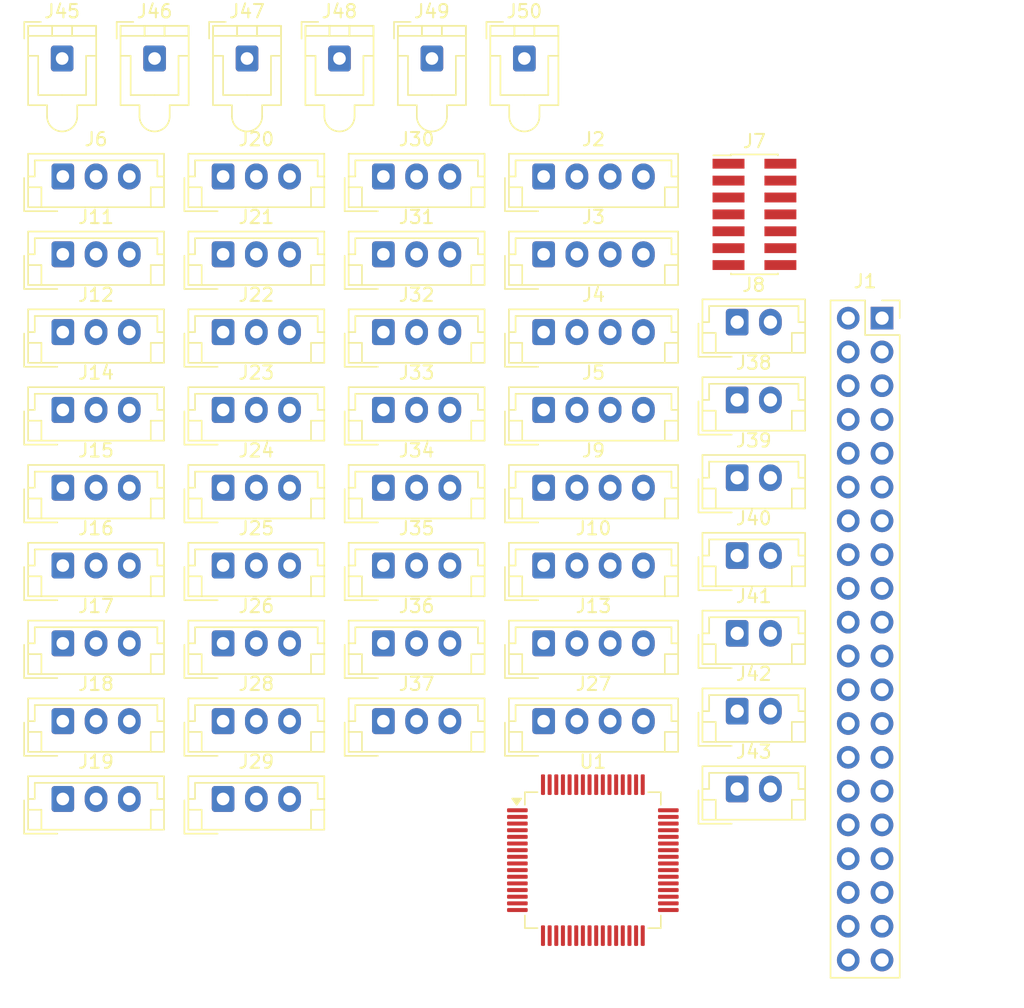
<source format=kicad_pcb>
(kicad_pcb (version 20241229) (generator "pcbnew") (generator_version "9.0")
  (layers (0 "F.Cu" signal) (2 "B.Cu" signal) (13 "F.Paste" user) (15 "B.Paste" user) (5 "F.SilkS" user "F.Silkscreen") (7 "B.SilkS" user "B.Silkscreen") (1 "F.Mask" user) (3 "B.Mask" user) (25 "Edge.Cuts" user))
  (net 0 "")
  (net 2 "+3.3V")
  (net 3 "SWDIO")
  (net 4 "UART_DEBUG_TX")
  (net 5 "NRST")
  (net 6 "SWCLK")
  (net 9 "GND")
  (net 12 "UART_DEBUG_RX")
  (net 151 "Net-(U1-VSS-Pad15)")
  (footprint "Connector_JST:JST_EH_B3B-EH-A_1x03_P2.50mm_Vertical" (layer "F.Cu") (at 149.56 54.04)
    (property "Reference" "J21" (at 2.5 -2.8 0) (layer "F.SilkS"))
    (property "Value" "Conn_01x03")
    (pad "1" thru_hole roundrect (at 0 0) (size 1.7 1.95) (drill 0.95) (layers "*.Cu" "*.Mask") (roundrect_rratio 0.147059))
    (pad "2" thru_hole oval (at 2.5 0) (size 1.7 1.95) (drill 0.95) (layers "*.Cu" "*.Mask"))
    (pad "3" thru_hole oval (at 5 0) (size 1.7 1.95) (drill 0.95) (layers "*.Cu" "*.Mask"))
  )
  (footprint "Connector_JST:JST_EH_B2B-EH-A_1x02_P2.50mm_Vertical" (layer "F.Cu") (at 188.21 94.24)
    (property "Reference" "J43" (at 1.25 -2.8 0) (layer "F.SilkS"))
    (property "Value" "Conn_01x02")
    (pad "1" thru_hole roundrect (at 0 0) (size 1.7 2) (drill 1) (layers "*.Cu" "*.Mask") (roundrect_rratio 0.147059))
    (pad "2" thru_hole oval (at 2.5 0) (size 1.7 2) (drill 1) (layers "*.Cu" "*.Mask"))
  )
  (footprint "Connector_JST:JST_EH_B2B-EH-A_1x02_P2.50mm_Vertical" (layer "F.Cu") (at 188.21 64.99)
    (property "Reference" "J38" (at 1.25 -2.8 0) (layer "F.SilkS"))
    (property "Value" "Conn_01x02")
    (pad "1" thru_hole roundrect (at 0 0) (size 1.7 2) (drill 1) (layers "*.Cu" "*.Mask") (roundrect_rratio 0.147059))
    (pad "2" thru_hole oval (at 2.5 0) (size 1.7 2) (drill 1) (layers "*.Cu" "*.Mask"))
  )
  (footprint "Connector_JST:JST_EH_B3B-EH-A_1x03_P2.50mm_Vertical" (layer "F.Cu") (at 137.51 94.99)
    (property "Reference" "J19" (at 2.5 -2.8 0) (layer "F.SilkS"))
    (property "Value" "Conn_01x03")
    (pad "1" thru_hole roundrect (at 0 0) (size 1.7 1.95) (drill 0.95) (layers "*.Cu" "*.Mask") (roundrect_rratio 0.147059))
    (pad "2" thru_hole oval (at 2.5 0) (size 1.7 1.95) (drill 0.95) (layers "*.Cu" "*.Mask"))
    (pad "3" thru_hole oval (at 5 0) (size 1.7 1.95) (drill 0.95) (layers "*.Cu" "*.Mask"))
  )
  (footprint "Connector_JST:JST_EH_B3B-EH-A_1x03_P2.50mm_Vertical" (layer "F.Cu") (at 149.56 89.14)
    (property "Reference" "J28" (at 2.5 -2.8 0) (layer "F.SilkS"))
    (property "Value" "Conn_01x03")
    (pad "1" thru_hole roundrect (at 0 0) (size 1.7 1.95) (drill 0.95) (layers "*.Cu" "*.Mask") (roundrect_rratio 0.147059))
    (pad "2" thru_hole oval (at 2.5 0) (size 1.7 1.95) (drill 0.95) (layers "*.Cu" "*.Mask"))
    (pad "3" thru_hole oval (at 5 0) (size 1.7 1.95) (drill 0.95) (layers "*.Cu" "*.Mask"))
  )
  (footprint "Package_QFP:LQFP-64_10x10mm_P0.5mm" (layer "F.Cu") (at 177.36 99.59)
    (property "Reference" "U1" (at 0 -7.4 0) (layer "F.SilkS"))
    (property "Value" "STM32G474RETx")
    (pad "1" smd roundrect (at -5.675 -3.75) (size 1.55 0.3) (layers "F.Cu" "F.Mask" "F.Paste"))
    (pad "2" smd roundrect (at -5.675 -3.25) (size 1.55 0.3) (layers "F.Cu" "F.Mask" "F.Paste"))
    (pad "3" smd roundrect (at -5.675 -2.75) (size 1.55 0.3) (layers "F.Cu" "F.Mask" "F.Paste"))
    (pad "4" smd roundrect (at -5.675 -2.25) (size 1.55 0.3) (layers "F.Cu" "F.Mask" "F.Paste"))
    (pad "5" smd roundrect (at -5.675 -1.75) (size 1.55 0.3) (layers "F.Cu" "F.Mask" "F.Paste"))
    (pad "6" smd roundrect (at -5.675 -1.25) (size 1.55 0.3) (layers "F.Cu" "F.Mask" "F.Paste"))
    (pad "7" smd roundrect (at -5.675 -0.75) (size 1.55 0.3) (layers "F.Cu" "F.Mask" "F.Paste"))
    (pad "8" smd roundrect (at -5.675 -0.25) (size 1.55 0.3) (layers "F.Cu" "F.Mask" "F.Paste"))
    (pad "9" smd roundrect (at -5.675 0.25) (size 1.55 0.3) (layers "F.Cu" "F.Mask" "F.Paste"))
    (pad "10" smd roundrect (at -5.675 0.75) (size 1.55 0.3) (layers "F.Cu" "F.Mask" "F.Paste"))
    (pad "11" smd roundrect (at -5.675 1.25) (size 1.55 0.3) (layers "F.Cu" "F.Mask" "F.Paste"))
    (pad "12" smd roundrect (at -5.675 1.75) (size 1.55 0.3) (layers "F.Cu" "F.Mask" "F.Paste"))
    (pad "13" smd roundrect (at -5.675 2.25) (size 1.55 0.3) (layers "F.Cu" "F.Mask" "F.Paste"))
    (pad "14" smd roundrect (at -5.675 2.75) (size 1.55 0.3) (layers "F.Cu" "F.Mask" "F.Paste"))
    (pad "15" smd roundrect (at -5.675 3.25) (size 1.55 0.3) (layers "F.Cu" "F.Mask" "F.Paste") (net 151 "Net-(U1-VSS-Pad15)"))
    (pad "16" smd roundrect (at -5.675 3.75) (size 1.55 0.3) (layers "F.Cu" "F.Mask" "F.Paste"))
    (pad "17" smd roundrect (at -3.75 5.675) (size 0.3 1.55) (layers "F.Cu" "F.Mask" "F.Paste"))
    (pad "18" smd roundrect (at -3.25 5.675) (size 0.3 1.55) (layers "F.Cu" "F.Mask" "F.Paste"))
    (pad "19" smd roundrect (at -2.75 5.675) (size 0.3 1.55) (layers "F.Cu" "F.Mask" "F.Paste"))
    (pad "20" smd roundrect (at -2.25 5.675) (size 0.3 1.55) (layers "F.Cu" "F.Mask" "F.Paste"))
    (pad "21" smd roundrect (at -1.75 5.675) (size 0.3 1.55) (layers "F.Cu" "F.Mask" "F.Paste"))
    (pad "22" smd roundrect (at -1.25 5.675) (size 0.3 1.55) (layers "F.Cu" "F.Mask" "F.Paste"))
    (pad "23" smd roundrect (at -0.75 5.675) (size 0.3 1.55) (layers "F.Cu" "F.Mask" "F.Paste"))
    (pad "24" smd roundrect (at -0.25 5.675) (size 0.3 1.55) (layers "F.Cu" "F.Mask" "F.Paste"))
    (pad "25" smd roundrect (at 0.25 5.675) (size 0.3 1.55) (layers "F.Cu" "F.Mask" "F.Paste"))
    (pad "26" smd roundrect (at 0.75 5.675) (size 0.3 1.55) (layers "F.Cu" "F.Mask" "F.Paste"))
    (pad "27" smd roundrect (at 1.25 5.675) (size 0.3 1.55) (layers "F.Cu" "F.Mask" "F.Paste"))
    (pad "28" smd roundrect (at 1.75 5.675) (size 0.3 1.55) (layers "F.Cu" "F.Mask" "F.Paste"))
    (pad "29" smd roundrect (at 2.25 5.675) (size 0.3 1.55) (layers "F.Cu" "F.Mask" "F.Paste"))
    (pad "30" smd roundrect (at 2.75 5.675) (size 0.3 1.55) (layers "F.Cu" "F.Mask" "F.Paste"))
    (pad "31" smd roundrect (at 3.25 5.675) (size 0.3 1.55) (layers "F.Cu" "F.Mask" "F.Paste") (net 151 "Net-(U1-VSS-Pad15)"))
    (pad "32" smd roundrect (at 3.75 5.675) (size 0.3 1.55) (layers "F.Cu" "F.Mask" "F.Paste"))
    (pad "33" smd roundrect (at 5.675 3.75) (size 1.55 0.3) (layers "F.Cu" "F.Mask" "F.Paste"))
    (pad "34" smd roundrect (at 5.675 3.25) (size 1.55 0.3) (layers "F.Cu" "F.Mask" "F.Paste"))
    (pad "35" smd roundrect (at 5.675 2.75) (size 1.55 0.3) (layers "F.Cu" "F.Mask" "F.Paste"))
    (pad "36" smd roundrect (at 5.675 2.25) (size 1.55 0.3) (layers "F.Cu" "F.Mask" "F.Paste"))
    (pad "37" smd roundrect (at 5.675 1.75) (size 1.55 0.3) (layers "F.Cu" "F.Mask" "F.Paste"))
    (pad "38" smd roundrect (at 5.675 1.25) (size 1.55 0.3) (layers "F.Cu" "F.Mask" "F.Paste"))
    (pad "39" smd roundrect (at 5.675 0.75) (size 1.55 0.3) (layers "F.Cu" "F.Mask" "F.Paste"))
    (pad "40" smd roundrect (at 5.675 0.25) (size 1.55 0.3) (layers "F.Cu" "F.Mask" "F.Paste"))
    (pad "41" smd roundrect (at 5.675 -0.25) (size 1.55 0.3) (layers "F.Cu" "F.Mask" "F.Paste"))
    (pad "42" smd roundrect (at 5.675 -0.75) (size 1.55 0.3) (layers "F.Cu" "F.Mask" "F.Paste"))
    (pad "43" smd roundrect (at 5.675 -1.25) (size 1.55 0.3) (layers "F.Cu" "F.Mask" "F.Paste"))
    (pad "44" smd roundrect (at 5.675 -1.75) (size 1.55 0.3) (layers "F.Cu" "F.Mask" "F.Paste"))
    (pad "45" smd roundrect (at 5.675 -2.25) (size 1.55 0.3) (layers "F.Cu" "F.Mask" "F.Paste"))
    (pad "46" smd roundrect (at 5.675 -2.75) (size 1.55 0.3) (layers "F.Cu" "F.Mask" "F.Paste"))
    (pad "47" smd roundrect (at 5.675 -3.25) (size 1.55 0.3) (layers "F.Cu" "F.Mask" "F.Paste") (net 151 "Net-(U1-VSS-Pad15)"))
    (pad "48" smd roundrect (at 5.675 -3.75) (size 1.55 0.3) (layers "F.Cu" "F.Mask" "F.Paste"))
    (pad "49" smd roundrect (at 3.75 -5.675) (size 0.3 1.55) (layers "F.Cu" "F.Mask" "F.Paste"))
    (pad "50" smd roundrect (at 3.25 -5.675) (size 0.3 1.55) (layers "F.Cu" "F.Mask" "F.Paste"))
    (pad "51" smd roundrect (at 2.75 -5.675) (size 0.3 1.55) (layers "F.Cu" "F.Mask" "F.Paste"))
    (pad "52" smd roundrect (at 2.25 -5.675) (size 0.3 1.55) (layers "F.Cu" "F.Mask" "F.Paste"))
    (pad "53" smd roundrect (at 1.75 -5.675) (size 0.3 1.55) (layers "F.Cu" "F.Mask" "F.Paste"))
    (pad "54" smd roundrect (at 1.25 -5.675) (size 0.3 1.55) (layers "F.Cu" "F.Mask" "F.Paste"))
    (pad "55" smd roundrect (at 0.75 -5.675) (size 0.3 1.55) (layers "F.Cu" "F.Mask" "F.Paste"))
    (pad "56" smd roundrect (at 0.25 -5.675) (size 0.3 1.55) (layers "F.Cu" "F.Mask" "F.Paste"))
    (pad "57" smd roundrect (at -0.25 -5.675) (size 0.3 1.55) (layers "F.Cu" "F.Mask" "F.Paste"))
    (pad "58" smd roundrect (at -0.75 -5.675) (size 0.3 1.55) (layers "F.Cu" "F.Mask" "F.Paste"))
    (pad "59" smd roundrect (at -1.25 -5.675) (size 0.3 1.55) (layers "F.Cu" "F.Mask" "F.Paste"))
    (pad "60" smd roundrect (at -1.75 -5.675) (size 0.3 1.55) (layers "F.Cu" "F.Mask" "F.Paste"))
    (pad "61" smd roundrect (at -2.25 -5.675) (size 0.3 1.55) (layers "F.Cu" "F.Mask" "F.Paste"))
    (pad "62" smd roundrect (at -2.75 -5.675) (size 0.3 1.55) (layers "F.Cu" "F.Mask" "F.Paste"))
    (pad "63" smd roundrect (at -3.25 -5.675) (size 0.3 1.55) (layers "F.Cu" "F.Mask" "F.Paste") (net 151 "Net-(U1-VSS-Pad15)"))
    (pad "64" smd roundrect (at -3.75 -5.675) (size 0.3 1.55) (layers "F.Cu" "F.Mask" "F.Paste"))
  )
  (footprint "Connector_JST:JST_EH_B3B-EH-A_1x03_P2.50mm_Vertical" (layer "F.Cu") (at 161.61 89.14)
    (property "Reference" "J37" (at 2.5 -2.8 0) (layer "F.SilkS"))
    (property "Value" "Conn_01x03")
    (pad "1" thru_hole roundrect (at 0 0) (size 1.7 1.95) (drill 0.95) (layers "*.Cu" "*.Mask") (roundrect_rratio 0.147059))
    (pad "2" thru_hole oval (at 2.5 0) (size 1.7 1.95) (drill 0.95) (layers "*.Cu" "*.Mask"))
    (pad "3" thru_hole oval (at 5 0) (size 1.7 1.95) (drill 0.95) (layers "*.Cu" "*.Mask"))
  )
  (footprint "Connector_JST:JST_EH_B2B-EH-A_1x02_P2.50mm_Vertical" (layer "F.Cu") (at 188.21 70.84)
    (property "Reference" "J39" (at 1.25 -2.8 0) (layer "F.SilkS"))
    (property "Value" "Conn_01x02")
    (pad "1" thru_hole roundrect (at 0 0) (size 1.7 2) (drill 1) (layers "*.Cu" "*.Mask") (roundrect_rratio 0.147059))
    (pad "2" thru_hole oval (at 2.5 0) (size 1.7 2) (drill 1) (layers "*.Cu" "*.Mask"))
  )
  (footprint "Connector_JST:JST_EH_B2B-EH-A_1x02_P2.50mm_Vertical" (layer "F.Cu") (at 188.21 59.14)
    (property "Reference" "J8" (at 1.25 -2.8 0) (layer "F.SilkS"))
    (property "Value" "Conn_01x02")
    (pad "1" thru_hole roundrect (at 0 0) (size 1.7 2) (drill 1) (layers "*.Cu" "*.Mask") (roundrect_rratio 0.147059))
    (pad "2" thru_hole oval (at 2.5 0) (size 1.7 2) (drill 1) (layers "*.Cu" "*.Mask"))
  )
  (footprint "Connector_JST:JST_EH_B3B-EH-A_1x03_P2.50mm_Vertical" (layer "F.Cu") (at 149.56 71.59)
    (property "Reference" "J24" (at 2.5 -2.8 0) (layer "F.SilkS"))
    (property "Value" "Conn_01x03")
    (pad "1" thru_hole roundrect (at 0 0) (size 1.7 1.95) (drill 0.95) (layers "*.Cu" "*.Mask") (roundrect_rratio 0.147059))
    (pad "2" thru_hole oval (at 2.5 0) (size 1.7 1.95) (drill 0.95) (layers "*.Cu" "*.Mask"))
    (pad "3" thru_hole oval (at 5 0) (size 1.7 1.95) (drill 0.95) (layers "*.Cu" "*.Mask"))
  )
  (footprint "Connector_JST:JST_XH_B1B-XH-AM_1x01_P2.50mm_Vertical" (layer "F.Cu") (at 151.36 39.32)
    (property "Reference" "J47" (at 0 -3.55 0) (layer "F.SilkS"))
    (property "Value" "Conn_01x01")
    (pad "" np_thru_hole circle (at 0 4.35) (size 1.75 1.75) (drill 1.75) (layers "*.Cu" "*.Mask"))
    (pad "1" thru_hole roundrect (at 0 0) (size 1.7 1.95) (drill 0.95) (layers "*.Cu" "*.Mask") (roundrect_rratio 0.147059))
  )
  (footprint "Connector_JST:JST_EH_B3B-EH-A_1x03_P2.50mm_Vertical" (layer "F.Cu") (at 149.56 77.44)
    (property "Reference" "J25" (at 2.5 -2.8 0) (layer "F.SilkS"))
    (property "Value" "Conn_01x03")
    (pad "1" thru_hole roundrect (at 0 0) (size 1.7 1.95) (drill 0.95) (layers "*.Cu" "*.Mask") (roundrect_rratio 0.147059))
    (pad "2" thru_hole oval (at 2.5 0) (size 1.7 1.95) (drill 0.95) (layers "*.Cu" "*.Mask"))
    (pad "3" thru_hole oval (at 5 0) (size 1.7 1.95) (drill 0.95) (layers "*.Cu" "*.Mask"))
  )
  (footprint "Connector_JST:JST_EH_B2B-EH-A_1x02_P2.50mm_Vertical" (layer "F.Cu") (at 188.21 88.39)
    (property "Reference" "J42" (at 1.25 -2.8 0) (layer "F.SilkS"))
    (property "Value" "Conn_01x02")
    (pad "1" thru_hole roundrect (at 0 0) (size 1.7 2) (drill 1) (layers "*.Cu" "*.Mask") (roundrect_rratio 0.147059))
    (pad "2" thru_hole oval (at 2.5 0) (size 1.7 2) (drill 1) (layers "*.Cu" "*.Mask"))
  )
  (footprint "Connector_JST:JST_EH_B4B-EH-A_1x04_P2.50mm_Vertical" (layer "F.Cu") (at 173.66 65.74)
    (property "Reference" "J5" (at 3.75 -2.8 0) (layer "F.SilkS"))
    (property "Value" "Conn_01x04")
    (pad "1" thru_hole roundrect (at 0 0) (size 1.7 1.95) (drill 0.95) (layers "*.Cu" "*.Mask") (roundrect_rratio 0.147059))
    (pad "2" thru_hole oval (at 2.5 0) (size 1.7 1.95) (drill 0.95) (layers "*.Cu" "*.Mask"))
    (pad "3" thru_hole oval (at 5 0) (size 1.7 1.95) (drill 0.95) (layers "*.Cu" "*.Mask"))
    (pad "4" thru_hole oval (at 7.5 0) (size 1.7 1.95) (drill 0.95) (layers "*.Cu" "*.Mask"))
  )
  (footprint "Connector_JST:JST_EH_B3B-EH-A_1x03_P2.50mm_Vertical" (layer "F.Cu") (at 161.61 48.19)
    (property "Reference" "J30" (at 2.5 -2.8 0) (layer "F.SilkS"))
    (property "Value" "Conn_01x03")
    (pad "1" thru_hole roundrect (at 0 0) (size 1.7 1.95) (drill 0.95) (layers "*.Cu" "*.Mask") (roundrect_rratio 0.147059))
    (pad "2" thru_hole oval (at 2.5 0) (size 1.7 1.95) (drill 0.95) (layers "*.Cu" "*.Mask"))
    (pad "3" thru_hole oval (at 5 0) (size 1.7 1.95) (drill 0.95) (layers "*.Cu" "*.Mask"))
  )
  (footprint "Connector_JST:JST_EH_B3B-EH-A_1x03_P2.50mm_Vertical" (layer "F.Cu") (at 161.61 83.29)
    (property "Reference" "J36" (at 2.5 -2.8 0) (layer "F.SilkS"))
    (property "Value" "Conn_01x03")
    (pad "1" thru_hole roundrect (at 0 0) (size 1.7 1.95) (drill 0.95) (layers "*.Cu" "*.Mask") (roundrect_rratio 0.147059))
    (pad "2" thru_hole oval (at 2.5 0) (size 1.7 1.95) (drill 0.95) (layers "*.Cu" "*.Mask"))
    (pad "3" thru_hole oval (at 5 0) (size 1.7 1.95) (drill 0.95) (layers "*.Cu" "*.Mask"))
  )
  (footprint "Connector_JST:JST_EH_B2B-EH-A_1x02_P2.50mm_Vertical" (layer "F.Cu") (at 188.21 82.54)
    (property "Reference" "J41" (at 1.25 -2.8 0) (layer "F.SilkS"))
    (property "Value" "Conn_01x02")
    (pad "1" thru_hole roundrect (at 0 0) (size 1.7 2) (drill 1) (layers "*.Cu" "*.Mask") (roundrect_rratio 0.147059))
    (pad "2" thru_hole oval (at 2.5 0) (size 1.7 2) (drill 1) (layers "*.Cu" "*.Mask"))
  )
  (footprint "Connector_JST:JST_EH_B2B-EH-A_1x02_P2.50mm_Vertical" (layer "F.Cu") (at 188.21 76.69)
    (property "Reference" "J40" (at 1.25 -2.8 0) (layer "F.SilkS"))
    (property "Value" "Conn_01x02")
    (pad "1" thru_hole roundrect (at 0 0) (size 1.7 2) (drill 1) (layers "*.Cu" "*.Mask") (roundrect_rratio 0.147059))
    (pad "2" thru_hole oval (at 2.5 0) (size 1.7 2) (drill 1) (layers "*.Cu" "*.Mask"))
  )
  (footprint "Connector_PinSocket_2.54mm:PinSocket_2x20_P2.54mm_Vertical" (layer "F.Cu") (at 199.1 58.84)
    (property "Reference" "J1" (at -1.27 -2.77 0) (layer "F.SilkS"))
    (property "Value" "Conn_02x20_Counter_Clockwise")
    (pad "1" thru_hole rect (at 0 0) (size 1.7 1.7) (drill 1) (layers "*.Cu" "*.Mask"))
    (pad "2" thru_hole oval (at -2.54 0) (size 1.7 1.7) (drill 1) (layers "*.Cu" "*.Mask"))
    (pad "3" thru_hole oval (at 0 2.54) (size 1.7 1.7) (drill 1) (layers "*.Cu" "*.Mask"))
    (pad "4" thru_hole oval (at -2.54 2.54) (size 1.7 1.7) (drill 1) (layers "*.Cu" "*.Mask"))
    (pad "5" thru_hole oval (at 0 5.08) (size 1.7 1.7) (drill 1) (layers "*.Cu" "*.Mask"))
    (pad "6" thru_hole oval (at -2.54 5.08) (size 1.7 1.7) (drill 1) (layers "*.Cu" "*.Mask"))
    (pad "7" thru_hole oval (at 0 7.62) (size 1.7 1.7) (drill 1) (layers "*.Cu" "*.Mask"))
    (pad "8" thru_hole oval (at -2.54 7.62) (size 1.7 1.7) (drill 1) (layers "*.Cu" "*.Mask"))
    (pad "9" thru_hole oval (at 0 10.16) (size 1.7 1.7) (drill 1) (layers "*.Cu" "*.Mask"))
    (pad "10" thru_hole oval (at -2.54 10.16) (size 1.7 1.7) (drill 1) (layers "*.Cu" "*.Mask"))
    (pad "11" thru_hole oval (at 0 12.7) (size 1.7 1.7) (drill 1) (layers "*.Cu" "*.Mask"))
    (pad "12" thru_hole oval (at -2.54 12.7) (size 1.7 1.7) (drill 1) (layers "*.Cu" "*.Mask"))
    (pad "13" thru_hole oval (at 0 15.24) (size 1.7 1.7) (drill 1) (layers "*.Cu" "*.Mask"))
    (pad "14" thru_hole oval (at -2.54 15.24) (size 1.7 1.7) (drill 1) (layers "*.Cu" "*.Mask"))
    (pad "15" thru_hole oval (at 0 17.78) (size 1.7 1.7) (drill 1) (layers "*.Cu" "*.Mask"))
    (pad "16" thru_hole oval (at -2.54 17.78) (size 1.7 1.7) (drill 1) (layers "*.Cu" "*.Mask"))
    (pad "17" thru_hole oval (at 0 20.32) (size 1.7 1.7) (drill 1) (layers "*.Cu" "*.Mask"))
    (pad "18" thru_hole oval (at -2.54 20.32) (size 1.7 1.7) (drill 1) (layers "*.Cu" "*.Mask"))
    (pad "19" thru_hole oval (at 0 22.86) (size 1.7 1.7) (drill 1) (layers "*.Cu" "*.Mask"))
    (pad "20" thru_hole oval (at -2.54 22.86) (size 1.7 1.7) (drill 1) (layers "*.Cu" "*.Mask"))
    (pad "21" thru_hole oval (at 0 25.4) (size 1.7 1.7) (drill 1) (layers "*.Cu" "*.Mask"))
    (pad "22" thru_hole oval (at -2.54 25.4) (size 1.7 1.7) (drill 1) (layers "*.Cu" "*.Mask"))
    (pad "23" thru_hole oval (at 0 27.94) (size 1.7 1.7) (drill 1) (layers "*.Cu" "*.Mask"))
    (pad "24" thru_hole oval (at -2.54 27.94) (size 1.7 1.7) (drill 1) (layers "*.Cu" "*.Mask"))
    (pad "25" thru_hole oval (at 0 30.48) (size 1.7 1.7) (drill 1) (layers "*.Cu" "*.Mask"))
    (pad "26" thru_hole oval (at -2.54 30.48) (size 1.7 1.7) (drill 1) (layers "*.Cu" "*.Mask"))
    (pad "27" thru_hole oval (at 0 33.02) (size 1.7 1.7) (drill 1) (layers "*.Cu" "*.Mask"))
    (pad "28" thru_hole oval (at -2.54 33.02) (size 1.7 1.7) (drill 1) (layers "*.Cu" "*.Mask"))
    (pad "29" thru_hole oval (at 0 35.56) (size 1.7 1.7) (drill 1) (layers "*.Cu" "*.Mask"))
    (pad "30" thru_hole oval (at -2.54 35.56) (size 1.7 1.7) (drill 1) (layers "*.Cu" "*.Mask"))
    (pad "31" thru_hole oval (at 0 38.1) (size 1.7 1.7) (drill 1) (layers "*.Cu" "*.Mask"))
    (pad "32" thru_hole oval (at -2.54 38.1) (size 1.7 1.7) (drill 1) (layers "*.Cu" "*.Mask"))
    (pad "33" thru_hole oval (at 0 40.64) (size 1.7 1.7) (drill 1) (layers "*.Cu" "*.Mask"))
    (pad "34" thru_hole oval (at -2.54 40.64) (size 1.7 1.7) (drill 1) (layers "*.Cu" "*.Mask"))
    (pad "35" thru_hole oval (at 0 43.18) (size 1.7 1.7) (drill 1) (layers "*.Cu" "*.Mask"))
    (pad "36" thru_hole oval (at -2.54 43.18) (size 1.7 1.7) (drill 1) (layers "*.Cu" "*.Mask"))
    (pad "37" thru_hole oval (at 0 45.72) (size 1.7 1.7) (drill 1) (layers "*.Cu" "*.Mask"))
    (pad "38" thru_hole oval (at -2.54 45.72) (size 1.7 1.7) (drill 1) (layers "*.Cu" "*.Mask"))
    (pad "39" thru_hole oval (at 0 48.26) (size 1.7 1.7) (drill 1) (layers "*.Cu" "*.Mask"))
    (pad "40" thru_hole oval (at -2.54 48.26) (size 1.7 1.7) (drill 1) (layers "*.Cu" "*.Mask"))
  )
  (footprint "Connector_JST:JST_EH_B3B-EH-A_1x03_P2.50mm_Vertical" (layer "F.Cu") (at 137.51 59.89)
    (property "Reference" "J12" (at 2.5 -2.8 0) (layer "F.SilkS"))
    (property "Value" "Conn_01x03")
    (pad "1" thru_hole roundrect (at 0 0) (size 1.7 1.95) (drill 0.95) (layers "*.Cu" "*.Mask") (roundrect_rratio 0.147059))
    (pad "2" thru_hole oval (at 2.5 0) (size 1.7 1.95) (drill 0.95) (layers "*.Cu" "*.Mask"))
    (pad "3" thru_hole oval (at 5 0) (size 1.7 1.95) (drill 0.95) (layers "*.Cu" "*.Mask"))
  )
  (footprint "Connector_JST:JST_EH_B3B-EH-A_1x03_P2.50mm_Vertical" (layer "F.Cu") (at 137.51 89.14)
    (property "Reference" "J18" (at 2.5 -2.8 0) (layer "F.SilkS"))
    (property "Value" "Conn_01x03")
    (pad "1" thru_hole roundrect (at 0 0) (size 1.7 1.95) (drill 0.95) (layers "*.Cu" "*.Mask") (roundrect_rratio 0.147059))
    (pad "2" thru_hole oval (at 2.5 0) (size 1.7 1.95) (drill 0.95) (layers "*.Cu" "*.Mask"))
    (pad "3" thru_hole oval (at 5 0) (size 1.7 1.95) (drill 0.95) (layers "*.Cu" "*.Mask"))
  )
  (footprint "Connector_JST:JST_EH_B4B-EH-A_1x04_P2.50mm_Vertical" (layer "F.Cu") (at 173.66 48.19)
    (property "Reference" "J2" (at 3.75 -2.8 0) (layer "F.SilkS"))
    (property "Value" "Conn_01x04")
    (pad "1" thru_hole roundrect (at 0 0) (size 1.7 1.95) (drill 0.95) (layers "*.Cu" "*.Mask") (roundrect_rratio 0.147059))
    (pad "2" thru_hole oval (at 2.5 0) (size 1.7 1.95) (drill 0.95) (layers "*.Cu" "*.Mask"))
    (pad "3" thru_hole oval (at 5 0) (size 1.7 1.95) (drill 0.95) (layers "*.Cu" "*.Mask"))
    (pad "4" thru_hole oval (at 7.5 0) (size 1.7 1.95) (drill 0.95) (layers "*.Cu" "*.Mask"))
  )
  (footprint "Connector_JST:JST_EH_B3B-EH-A_1x03_P2.50mm_Vertical" (layer "F.Cu") (at 137.51 65.74)
    (property "Reference" "J14" (at 2.5 -2.8 0) (layer "F.SilkS"))
    (property "Value" "Conn_01x03")
    (pad "1" thru_hole roundrect (at 0 0) (size 1.7 1.95) (drill 0.95) (layers "*.Cu" "*.Mask") (roundrect_rratio 0.147059))
    (pad "2" thru_hole oval (at 2.5 0) (size 1.7 1.95) (drill 0.95) (layers "*.Cu" "*.Mask"))
    (pad "3" thru_hole oval (at 5 0) (size 1.7 1.95) (drill 0.95) (layers "*.Cu" "*.Mask"))
  )
  (footprint "Connector_JST:JST_EH_B3B-EH-A_1x03_P2.50mm_Vertical" (layer "F.Cu") (at 137.51 77.44)
    (property "Reference" "J16" (at 2.5 -2.8 0) (layer "F.SilkS"))
    (property "Value" "Conn_01x03")
    (pad "1" thru_hole roundrect (at 0 0) (size 1.7 1.95) (drill 0.95) (layers "*.Cu" "*.Mask") (roundrect_rratio 0.147059))
    (pad "2" thru_hole oval (at 2.5 0) (size 1.7 1.95) (drill 0.95) (layers "*.Cu" "*.Mask"))
    (pad "3" thru_hole oval (at 5 0) (size 1.7 1.95) (drill 0.95) (layers "*.Cu" "*.Mask"))
  )
  (footprint "Connector_JST:JST_EH_B4B-EH-A_1x04_P2.50mm_Vertical" (layer "F.Cu") (at 173.66 54.04)
    (property "Reference" "J3" (at 3.75 -2.8 0) (layer "F.SilkS"))
    (property "Value" "Conn_01x04")
    (pad "1" thru_hole roundrect (at 0 0) (size 1.7 1.95) (drill 0.95) (layers "*.Cu" "*.Mask") (roundrect_rratio 0.147059))
    (pad "2" thru_hole oval (at 2.5 0) (size 1.7 1.95) (drill 0.95) (layers "*.Cu" "*.Mask"))
    (pad "3" thru_hole oval (at 5 0) (size 1.7 1.95) (drill 0.95) (layers "*.Cu" "*.Mask"))
    (pad "4" thru_hole oval (at 7.5 0) (size 1.7 1.95) (drill 0.95) (layers "*.Cu" "*.Mask"))
  )
  (footprint "Connector_JST:JST_EH_B3B-EH-A_1x03_P2.50mm_Vertical" (layer "F.Cu") (at 149.56 48.19)
    (property "Reference" "J20" (at 2.5 -2.8 0) (layer "F.SilkS"))
    (property "Value" "Conn_01x03")
    (pad "1" thru_hole roundrect (at 0 0) (size 1.7 1.95) (drill 0.95) (layers "*.Cu" "*.Mask") (roundrect_rratio 0.147059))
    (pad "2" thru_hole oval (at 2.5 0) (size 1.7 1.95) (drill 0.95) (layers "*.Cu" "*.Mask"))
    (pad "3" thru_hole oval (at 5 0) (size 1.7 1.95) (drill 0.95) (layers "*.Cu" "*.Mask"))
  )
  (footprint "Connector_JST:JST_XH_B1B-XH-AM_1x01_P2.50mm_Vertical" (layer "F.Cu") (at 172.21 39.32)
    (property "Reference" "J50" (at 0 -3.55 0) (layer "F.SilkS"))
    (property "Value" "Conn_01x01")
    (pad "" np_thru_hole circle (at 0 4.35) (size 1.75 1.75) (drill 1.75) (layers "*.Cu" "*.Mask"))
    (pad "1" thru_hole roundrect (at 0 0) (size 1.7 1.95) (drill 0.95) (layers "*.Cu" "*.Mask") (roundrect_rratio 0.147059))
  )
  (footprint "Connector_JST:JST_EH_B3B-EH-A_1x03_P2.50mm_Vertical" (layer "F.Cu") (at 161.61 54.04)
    (property "Reference" "J31" (at 2.5 -2.8 0) (layer "F.SilkS"))
    (property "Value" "Conn_01x03")
    (pad "1" thru_hole roundrect (at 0 0) (size 1.7 1.95) (drill 0.95) (layers "*.Cu" "*.Mask") (roundrect_rratio 0.147059))
    (pad "2" thru_hole oval (at 2.5 0) (size 1.7 1.95) (drill 0.95) (layers "*.Cu" "*.Mask"))
    (pad "3" thru_hole oval (at 5 0) (size 1.7 1.95) (drill 0.95) (layers "*.Cu" "*.Mask"))
  )
  (footprint "Connector_JST:JST_EH_B3B-EH-A_1x03_P2.50mm_Vertical" (layer "F.Cu") (at 137.51 71.59)
    (property "Reference" "J15" (at 2.5 -2.8 0) (layer "F.SilkS"))
    (property "Value" "Conn_01x03")
    (pad "1" thru_hole roundrect (at 0 0) (size 1.7 1.95) (drill 0.95) (layers "*.Cu" "*.Mask") (roundrect_rratio 0.147059))
    (pad "2" thru_hole oval (at 2.5 0) (size 1.7 1.95) (drill 0.95) (layers "*.Cu" "*.Mask"))
    (pad "3" thru_hole oval (at 5 0) (size 1.7 1.95) (drill 0.95) (layers "*.Cu" "*.Mask"))
  )
  (footprint "Connector_JST:JST_EH_B3B-EH-A_1x03_P2.50mm_Vertical" (layer "F.Cu") (at 149.56 65.74)
    (property "Reference" "J23" (at 2.5 -2.8 0) (layer "F.SilkS"))
    (property "Value" "Conn_01x03")
    (pad "1" thru_hole roundrect (at 0 0) (size 1.7 1.95) (drill 0.95) (layers "*.Cu" "*.Mask") (roundrect_rratio 0.147059))
    (pad "2" thru_hole oval (at 2.5 0) (size 1.7 1.95) (drill 0.95) (layers "*.Cu" "*.Mask"))
    (pad "3" thru_hole oval (at 5 0) (size 1.7 1.95) (drill 0.95) (layers "*.Cu" "*.Mask"))
  )
  (footprint "Connector_JST:JST_EH_B4B-EH-A_1x04_P2.50mm_Vertical" (layer "F.Cu") (at 173.66 77.44)
    (property "Reference" "J10" (at 3.75 -2.8 0) (layer "F.SilkS"))
    (property "Value" "Conn_01x04")
    (pad "1" thru_hole roundrect (at 0 0) (size 1.7 1.95) (drill 0.95) (layers "*.Cu" "*.Mask") (roundrect_rratio 0.147059))
    (pad "2" thru_hole oval (at 2.5 0) (size 1.7 1.95) (drill 0.95) (layers "*.Cu" "*.Mask"))
    (pad "3" thru_hole oval (at 5 0) (size 1.7 1.95) (drill 0.95) (layers "*.Cu" "*.Mask"))
    (pad "4" thru_hole oval (at 7.5 0) (size 1.7 1.95) (drill 0.95) (layers "*.Cu" "*.Mask"))
  )
  (footprint "Connector_JST:JST_EH_B3B-EH-A_1x03_P2.50mm_Vertical" (layer "F.Cu") (at 149.56 94.99)
    (property "Reference" "J29" (at 2.5 -2.8 0) (layer "F.SilkS"))
    (property "Value" "Conn_01x03")
    (pad "1" thru_hole roundrect (at 0 0) (size 1.7 1.95) (drill 0.95) (layers "*.Cu" "*.Mask") (roundrect_rratio 0.147059))
    (pad "2" thru_hole oval (at 2.5 0) (size 1.7 1.95) (drill 0.95) (layers "*.Cu" "*.Mask"))
    (pad "3" thru_hole oval (at 5 0) (size 1.7 1.95) (drill 0.95) (layers "*.Cu" "*.Mask"))
  )
  (footprint "Connector_JST:JST_XH_B1B-XH-AM_1x01_P2.50mm_Vertical" (layer "F.Cu") (at 144.41 39.32)
    (property "Reference" "J46" (at 0 -3.55 0) (layer "F.SilkS"))
    (property "Value" "Conn_01x01")
    (pad "" np_thru_hole circle (at 0 4.35) (size 1.75 1.75) (drill 1.75) (layers "*.Cu" "*.Mask"))
    (pad "1" thru_hole roundrect (at 0 0) (size 1.7 1.95) (drill 0.95) (layers "*.Cu" "*.Mask") (roundrect_rratio 0.147059))
  )
  (footprint "Connector_JST:JST_EH_B4B-EH-A_1x04_P2.50mm_Vertical" (layer "F.Cu") (at 173.66 83.29)
    (property "Reference" "J13" (at 3.75 -2.8 0) (layer "F.SilkS"))
    (property "Value" "Conn_01x04")
    (pad "1" thru_hole roundrect (at 0 0) (size 1.7 1.95) (drill 0.95) (layers "*.Cu" "*.Mask") (roundrect_rratio 0.147059))
    (pad "2" thru_hole oval (at 2.5 0) (size 1.7 1.95) (drill 0.95) (layers "*.Cu" "*.Mask"))
    (pad "3" thru_hole oval (at 5 0) (size 1.7 1.95) (drill 0.95) (layers "*.Cu" "*.Mask"))
    (pad "4" thru_hole oval (at 7.5 0) (size 1.7 1.95) (drill 0.95) (layers "*.Cu" "*.Mask"))
  )
  (footprint "Connector_JST:JST_EH_B3B-EH-A_1x03_P2.50mm_Vertical" (layer "F.Cu") (at 161.61 77.44)
    (property "Reference" "J35" (at 2.5 -2.8 0) (layer "F.SilkS"))
    (property "Value" "Conn_01x03")
    (pad "1" thru_hole roundrect (at 0 0) (size 1.7 1.95) (drill 0.95) (layers "*.Cu" "*.Mask") (roundrect_rratio 0.147059))
    (pad "2" thru_hole oval (at 2.5 0) (size 1.7 1.95) (drill 0.95) (layers "*.Cu" "*.Mask"))
    (pad "3" thru_hole oval (at 5 0) (size 1.7 1.95) (drill 0.95) (layers "*.Cu" "*.Mask"))
  )
  (footprint "Connector_PinHeader_1.27mm:PinHeader_2x07_P1.27mm_Vertical_SMD" (layer "F.Cu") (at 189.51 51.04)
    (property "Reference" "J7" (at 0 -5.505 0) (layer "F.SilkS"))
    (property "Value" "Conn_ST_STDC14")
    (pad "1" smd rect (at -1.95 -3.81) (size 2.4 0.74) (layers "F.Cu" "F.Mask" "F.Paste"))
    (pad "2" smd rect (at 1.95 -3.81) (size 2.4 0.74) (layers "F.Cu" "F.Mask" "F.Paste"))
    (pad "3" smd rect (at -1.95 -2.54) (size 2.4 0.74) (layers "F.Cu" "F.Mask" "F.Paste") (net 2 "+3.3V"))
    (pad "4" smd rect (at 1.95 -2.54) (size 2.4 0.74) (layers "F.Cu" "F.Mask" "F.Paste") (net 3 "SWDIO"))
    (pad "5" smd rect (at -1.95 -1.27) (size 2.4 0.74) (layers "F.Cu" "F.Mask" "F.Paste") (net 9 "GND"))
    (pad "6" smd rect (at 1.95 -1.27) (size 2.4 0.74) (layers "F.Cu" "F.Mask" "F.Paste") (net 6 "SWCLK"))
    (pad "7" smd rect (at -1.95 0) (size 2.4 0.74) (layers "F.Cu" "F.Mask" "F.Paste") (net 9 "GND"))
    (pad "8" smd rect (at 1.95 0) (size 2.4 0.74) (layers "F.Cu" "F.Mask" "F.Paste"))
    (pad "9" smd rect (at -1.95 1.27) (size 2.4 0.74) (layers "F.Cu" "F.Mask" "F.Paste"))
    (pad "10" smd rect (at 1.95 1.27) (size 2.4 0.74) (layers "F.Cu" "F.Mask" "F.Paste"))
    (pad "11" smd rect (at -1.95 2.54) (size 2.4 0.74) (layers "F.Cu" "F.Mask" "F.Paste") (net 9 "GND"))
    (pad "12" smd rect (at 1.95 2.54) (size 2.4 0.74) (layers "F.Cu" "F.Mask" "F.Paste") (net 5 "NRST"))
    (pad "13" smd rect (at -1.95 3.81) (size 2.4 0.74) (layers "F.Cu" "F.Mask" "F.Paste") (net 12 "UART_DEBUG_RX"))
    (pad "14" smd rect (at 1.95 3.81) (size 2.4 0.74) (layers "F.Cu" "F.Mask" "F.Paste") (net 4 "UART_DEBUG_TX"))
  )
  (footprint "Connector_JST:JST_XH_B1B-XH-AM_1x01_P2.50mm_Vertical" (layer "F.Cu") (at 165.26 39.32)
    (property "Reference" "J49" (at 0 -3.55 0) (layer "F.SilkS"))
    (property "Value" "Conn_01x01")
    (pad "" np_thru_hole circle (at 0 4.35) (size 1.75 1.75) (drill 1.75) (layers "*.Cu" "*.Mask"))
    (pad "1" thru_hole roundrect (at 0 0) (size 1.7 1.95) (drill 0.95) (layers "*.Cu" "*.Mask") (roundrect_rratio 0.147059))
  )
  (footprint "Connector_JST:JST_EH_B3B-EH-A_1x03_P2.50mm_Vertical" (layer "F.Cu") (at 137.51 83.29)
    (property "Reference" "J17" (at 2.5 -2.8 0) (layer "F.SilkS"))
    (property "Value" "Conn_01x03")
    (pad "1" thru_hole roundrect (at 0 0) (size 1.7 1.95) (drill 0.95) (layers "*.Cu" "*.Mask") (roundrect_rratio 0.147059))
    (pad "2" thru_hole oval (at 2.5 0) (size 1.7 1.95) (drill 0.95) (layers "*.Cu" "*.Mask"))
    (pad "3" thru_hole oval (at 5 0) (size 1.7 1.95) (drill 0.95) (layers "*.Cu" "*.Mask"))
  )
  (footprint "Connector_JST:JST_EH_B3B-EH-A_1x03_P2.50mm_Vertical" (layer "F.Cu") (at 161.61 71.59)
    (property "Reference" "J34" (at 2.5 -2.8 0) (layer "F.SilkS"))
    (property "Value" "Conn_01x03")
    (pad "1" thru_hole roundrect (at 0 0) (size 1.7 1.95) (drill 0.95) (layers "*.Cu" "*.Mask") (roundrect_rratio 0.147059))
    (pad "2" thru_hole oval (at 2.5 0) (size 1.7 1.95) (drill 0.95) (layers "*.Cu" "*.Mask"))
    (pad "3" thru_hole oval (at 5 0) (size 1.7 1.95) (drill 0.95) (layers "*.Cu" "*.Mask"))
  )
  (footprint "Connector_JST:JST_EH_B4B-EH-A_1x04_P2.50mm_Vertical" (layer "F.Cu") (at 173.66 71.59)
    (property "Reference" "J9" (at 3.75 -2.8 0) (layer "F.SilkS"))
    (property "Value" "Conn_01x04")
    (pad "1" thru_hole roundrect (at 0 0) (size 1.7 1.95) (drill 0.95) (layers "*.Cu" "*.Mask") (roundrect_rratio 0.147059))
    (pad "2" thru_hole oval (at 2.5 0) (size 1.7 1.95) (drill 0.95) (layers "*.Cu" "*.Mask"))
    (pad "3" thru_hole oval (at 5 0) (size 1.7 1.95) (drill 0.95) (layers "*.Cu" "*.Mask"))
    (pad "4" thru_hole oval (at 7.5 0) (size 1.7 1.95) (drill 0.95) (layers "*.Cu" "*.Mask"))
  )
  (footprint "Connector_JST:JST_EH_B3B-EH-A_1x03_P2.50mm_Vertical" (layer "F.Cu") (at 137.51 48.19)
    (property "Reference" "J6" (at 2.5 -2.8 0) (layer "F.SilkS"))
    (property "Value" "Conn_01x03")
    (pad "1" thru_hole roundrect (at 0 0) (size 1.7 1.95) (drill 0.95) (layers "*.Cu" "*.Mask") (roundrect_rratio 0.147059))
    (pad "2" thru_hole oval (at 2.5 0) (size 1.7 1.95) (drill 0.95) (layers "*.Cu" "*.Mask"))
    (pad "3" thru_hole oval (at 5 0) (size 1.7 1.95) (drill 0.95) (layers "*.Cu" "*.Mask"))
  )
  (footprint "Connector_JST:JST_EH_B3B-EH-A_1x03_P2.50mm_Vertical" (layer "F.Cu") (at 149.56 59.89)
    (property "Reference" "J22" (at 2.5 -2.8 0) (layer "F.SilkS"))
    (property "Value" "Conn_01x03")
    (pad "1" thru_hole roundrect (at 0 0) (size 1.7 1.95) (drill 0.95) (layers "*.Cu" "*.Mask") (roundrect_rratio 0.147059))
    (pad "2" thru_hole oval (at 2.5 0) (size 1.7 1.95) (drill 0.95) (layers "*.Cu" "*.Mask"))
    (pad "3" thru_hole oval (at 5 0) (size 1.7 1.95) (drill 0.95) (layers "*.Cu" "*.Mask"))
  )
  (footprint "Connector_JST:JST_EH_B4B-EH-A_1x04_P2.50mm_Vertical" (layer "F.Cu") (at 173.66 59.89)
    (property "Reference" "J4" (at 3.75 -2.8 0) (layer "F.SilkS"))
    (property "Value" "Conn_01x04")
    (pad "1" thru_hole roundrect (at 0 0) (size 1.7 1.95) (drill 0.95) (layers "*.Cu" "*.Mask") (roundrect_rratio 0.147059))
    (pad "2" thru_hole oval (at 2.5 0) (size 1.7 1.95) (drill 0.95) (layers "*.Cu" "*.Mask"))
    (pad "3" thru_hole oval (at 5 0) (size 1.7 1.95) (drill 0.95) (layers "*.Cu" "*.Mask"))
    (pad "4" thru_hole oval (at 7.5 0) (size 1.7 1.95) (drill 0.95) (layers "*.Cu" "*.Mask"))
  )
  (footprint "Connector_JST:JST_EH_B3B-EH-A_1x03_P2.50mm_Vertical" (layer "F.Cu") (at 161.61 65.74)
    (property "Reference" "J33" (at 2.5 -2.8 0) (layer "F.SilkS"))
    (property "Value" "Conn_01x03")
    (pad "1" thru_hole roundrect (at 0 0) (size 1.7 1.95) (drill 0.95) (layers "*.Cu" "*.Mask") (roundrect_rratio 0.147059))
    (pad "2" thru_hole oval (at 2.5 0) (size 1.7 1.95) (drill 0.95) (layers "*.Cu" "*.Mask"))
    (pad "3" thru_hole oval (at 5 0) (size 1.7 1.95) (drill 0.95) (layers "*.Cu" "*.Mask"))
  )
  (footprint "Connector_JST:JST_EH_B3B-EH-A_1x03_P2.50mm_Vertical" (layer "F.Cu") (at 161.61 59.89)
    (property "Reference" "J32" (at 2.5 -2.8 0) (layer "F.SilkS"))
    (property "Value" "Conn_01x03")
    (pad "1" thru_hole roundrect (at 0 0) (size 1.7 1.95) (drill 0.95) (layers "*.Cu" "*.Mask") (roundrect_rratio 0.147059))
    (pad "2" thru_hole oval (at 2.5 0) (size 1.7 1.95) (drill 0.95) (layers "*.Cu" "*.Mask"))
    (pad "3" thru_hole oval (at 5 0) (size 1.7 1.95) (drill 0.95) (layers "*.Cu" "*.Mask"))
  )
  (footprint "Connector_JST:JST_XH_B1B-XH-AM_1x01_P2.50mm_Vertical" (layer "F.Cu") (at 137.46 39.32)
    (property "Reference" "J45" (at 0 -3.55 0) (layer "F.SilkS"))
    (property "Value" "Conn_01x01")
    (pad "" np_thru_hole circle (at 0 4.35) (size 1.75 1.75) (drill 1.75) (layers "*.Cu" "*.Mask"))
    (pad "1" thru_hole roundrect (at 0 0) (size 1.7 1.95) (drill 0.95) (layers "*.Cu" "*.Mask") (roundrect_rratio 0.147059))
  )
  (footprint "Connector_JST:JST_XH_B1B-XH-AM_1x01_P2.50mm_Vertical" (layer "F.Cu") (at 158.31 39.32)
    (property "Reference" "J48" (at 0 -3.55 0) (layer "F.SilkS"))
    (property "Value" "Conn_01x01")
    (pad "" np_thru_hole circle (at 0 4.35) (size 1.75 1.75) (drill 1.75) (layers "*.Cu" "*.Mask"))
    (pad "1" thru_hole roundrect (at 0 0) (size 1.7 1.95) (drill 0.95) (layers "*.Cu" "*.Mask") (roundrect_rratio 0.147059))
  )
  (footprint "Connector_JST:JST_EH_B3B-EH-A_1x03_P2.50mm_Vertical" (layer "F.Cu") (at 137.51 54.04)
    (property "Reference" "J11" (at 2.5 -2.8 0) (layer "F.SilkS"))
    (property "Value" "Conn_01x03")
    (pad "1" thru_hole roundrect (at 0 0) (size 1.7 1.95) (drill 0.95) (layers "*.Cu" "*.Mask") (roundrect_rratio 0.147059))
    (pad "2" thru_hole oval (at 2.5 0) (size 1.7 1.95) (drill 0.95) (layers "*.Cu" "*.Mask"))
    (pad "3" thru_hole oval (at 5 0) (size 1.7 1.95) (drill 0.95) (layers "*.Cu" "*.Mask"))
  )
  (footprint "Connector_JST:JST_EH_B3B-EH-A_1x03_P2.50mm_Vertical" (layer "F.Cu") (at 149.56 83.29)
    (property "Reference" "J26" (at 2.5 -2.8 0) (layer "F.SilkS"))
    (property "Value" "Conn_01x03")
    (pad "1" thru_hole roundrect (at 0 0) (size 1.7 1.95) (drill 0.95) (layers "*.Cu" "*.Mask") (roundrect_rratio 0.147059))
    (pad "2" thru_hole oval (at 2.5 0) (size 1.7 1.95) (drill 0.95) (layers "*.Cu" "*.Mask"))
    (pad "3" thru_hole oval (at 5 0) (size 1.7 1.95) (drill 0.95) (layers "*.Cu" "*.Mask"))
  )
  (footprint "Connector_JST:JST_EH_B4B-EH-A_1x04_P2.50mm_Vertical" (layer "F.Cu") (at 173.66 89.14)
    (property "Reference" "J27" (at 3.75 -2.8 0) (layer "F.SilkS"))
    (property "Value" "Conn_01x04")
    (pad "1" thru_hole roundrect (at 0 0) (size 1.7 1.95) (drill 0.95) (layers "*.Cu" "*.Mask") (roundrect_rratio 0.147059))
    (pad "2" thru_hole oval (at 2.5 0) (size 1.7 1.95) (drill 0.95) (layers "*.Cu" "*.Mask"))
    (pad "3" thru_hole oval (at 5 0) (size 1.7 1.95) (drill 0.95) (layers "*.Cu" "*.Mask"))
    (pad "4" thru_hole oval (at 7.5 0) (size 1.7 1.95) (drill 0.95) (layers "*.Cu" "*.Mask"))
  )
)
</source>
